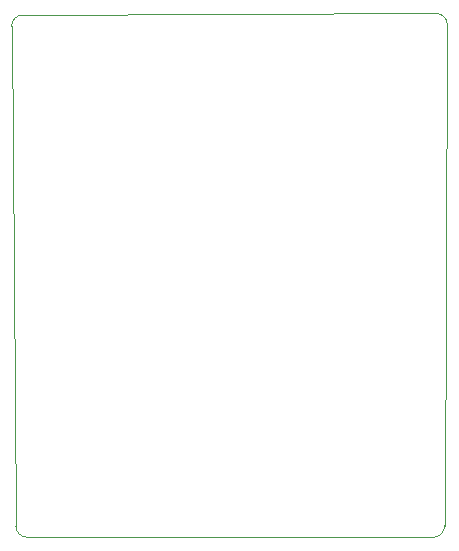
<source format=gbr>
%TF.GenerationSoftware,KiCad,Pcbnew,7.0.7*%
%TF.CreationDate,2023-12-05T02:10:00+05:30*%
%TF.ProjectId,VR 5v and 9v,56522035-7620-4616-9e64-2039762e6b69,rev?*%
%TF.SameCoordinates,Original*%
%TF.FileFunction,Profile,NP*%
%FSLAX46Y46*%
G04 Gerber Fmt 4.6, Leading zero omitted, Abs format (unit mm)*
G04 Created by KiCad (PCBNEW 7.0.7) date 2023-12-05 02:10:00*
%MOMM*%
%LPD*%
G01*
G04 APERTURE LIST*
%TA.AperFunction,Profile*%
%ADD10C,0.100000*%
%TD*%
G04 APERTURE END LIST*
D10*
X157239999Y-73060000D02*
G75*
G03*
X156277908Y-72157999I-962099J-62100D01*
G01*
X157012532Y-115547908D02*
X157239999Y-73060000D01*
X121672092Y-116512532D02*
X156047908Y-116512532D01*
X120707468Y-115547908D02*
G75*
G03*
X121672092Y-116512532I964632J8D01*
G01*
X156047908Y-116512532D02*
G75*
G03*
X157012532Y-115547908I-8J964632D01*
G01*
X156270000Y-72160000D02*
X121310000Y-72290000D01*
X120345376Y-73254624D02*
X120707468Y-115547908D01*
X121310000Y-72289976D02*
G75*
G03*
X120345376Y-73254624I0J-964624D01*
G01*
M02*

</source>
